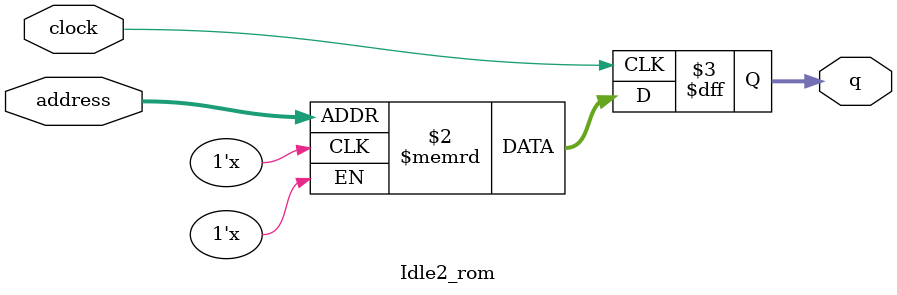
<source format=sv>
module Idle2_rom (
	input logic clock,
	input logic [12:0] address,
	output logic [2:0] q
);

logic [2:0] memory [0:5399] /* synthesis ram_init_file = "./Idle2/Idle2.mif" */;

always_ff @ (posedge clock) begin
	q <= memory[address];
end

endmodule

</source>
